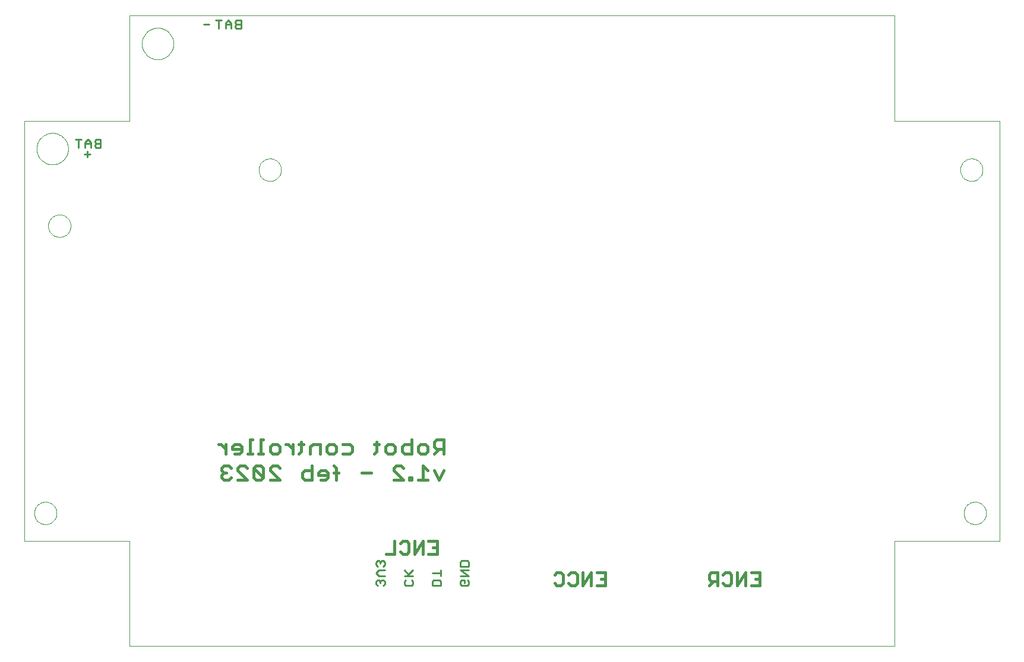
<source format=gbo>
G75*
G70*
%OFA0B0*%
%FSLAX24Y24*%
%IPPOS*%
%LPD*%
%AMOC8*
5,1,8,0,0,1.08239X$1,22.5*
%
%ADD10C,0.0000*%
%ADD11C,0.0150*%
%ADD12C,0.0110*%
%ADD13C,0.0180*%
D10*
X008939Y004759D02*
X008939Y010664D01*
X003033Y010664D01*
X003033Y034286D01*
X008939Y034286D01*
X008939Y040192D01*
X051852Y040192D01*
X051852Y034286D01*
X057758Y034286D01*
X057758Y010664D01*
X051852Y010664D01*
X051852Y004759D01*
X008939Y004759D01*
X003584Y012239D02*
X003586Y012289D01*
X003592Y012339D01*
X003602Y012388D01*
X003616Y012436D01*
X003633Y012483D01*
X003654Y012528D01*
X003679Y012572D01*
X003707Y012613D01*
X003739Y012652D01*
X003773Y012689D01*
X003810Y012723D01*
X003850Y012753D01*
X003892Y012780D01*
X003936Y012804D01*
X003982Y012825D01*
X004029Y012841D01*
X004077Y012854D01*
X004127Y012863D01*
X004176Y012868D01*
X004227Y012869D01*
X004277Y012866D01*
X004326Y012859D01*
X004375Y012848D01*
X004423Y012833D01*
X004469Y012815D01*
X004514Y012793D01*
X004557Y012767D01*
X004598Y012738D01*
X004637Y012706D01*
X004673Y012671D01*
X004705Y012633D01*
X004735Y012593D01*
X004762Y012550D01*
X004785Y012506D01*
X004804Y012460D01*
X004820Y012412D01*
X004832Y012363D01*
X004840Y012314D01*
X004844Y012264D01*
X004844Y012214D01*
X004840Y012164D01*
X004832Y012115D01*
X004820Y012066D01*
X004804Y012018D01*
X004785Y011972D01*
X004762Y011928D01*
X004735Y011885D01*
X004705Y011845D01*
X004673Y011807D01*
X004637Y011772D01*
X004598Y011740D01*
X004557Y011711D01*
X004514Y011685D01*
X004469Y011663D01*
X004423Y011645D01*
X004375Y011630D01*
X004326Y011619D01*
X004277Y011612D01*
X004227Y011609D01*
X004176Y011610D01*
X004127Y011615D01*
X004077Y011624D01*
X004029Y011637D01*
X003982Y011653D01*
X003936Y011674D01*
X003892Y011698D01*
X003850Y011725D01*
X003810Y011755D01*
X003773Y011789D01*
X003739Y011826D01*
X003707Y011865D01*
X003679Y011906D01*
X003654Y011950D01*
X003633Y011995D01*
X003616Y012042D01*
X003602Y012090D01*
X003592Y012139D01*
X003586Y012189D01*
X003584Y012239D01*
X004372Y028381D02*
X004374Y028431D01*
X004380Y028481D01*
X004390Y028530D01*
X004404Y028578D01*
X004421Y028625D01*
X004442Y028670D01*
X004467Y028714D01*
X004495Y028755D01*
X004527Y028794D01*
X004561Y028831D01*
X004598Y028865D01*
X004638Y028895D01*
X004680Y028922D01*
X004724Y028946D01*
X004770Y028967D01*
X004817Y028983D01*
X004865Y028996D01*
X004915Y029005D01*
X004964Y029010D01*
X005015Y029011D01*
X005065Y029008D01*
X005114Y029001D01*
X005163Y028990D01*
X005211Y028975D01*
X005257Y028957D01*
X005302Y028935D01*
X005345Y028909D01*
X005386Y028880D01*
X005425Y028848D01*
X005461Y028813D01*
X005493Y028775D01*
X005523Y028735D01*
X005550Y028692D01*
X005573Y028648D01*
X005592Y028602D01*
X005608Y028554D01*
X005620Y028505D01*
X005628Y028456D01*
X005632Y028406D01*
X005632Y028356D01*
X005628Y028306D01*
X005620Y028257D01*
X005608Y028208D01*
X005592Y028160D01*
X005573Y028114D01*
X005550Y028070D01*
X005523Y028027D01*
X005493Y027987D01*
X005461Y027949D01*
X005425Y027914D01*
X005386Y027882D01*
X005345Y027853D01*
X005302Y027827D01*
X005257Y027805D01*
X005211Y027787D01*
X005163Y027772D01*
X005114Y027761D01*
X005065Y027754D01*
X005015Y027751D01*
X004964Y027752D01*
X004915Y027757D01*
X004865Y027766D01*
X004817Y027779D01*
X004770Y027795D01*
X004724Y027816D01*
X004680Y027840D01*
X004638Y027867D01*
X004598Y027897D01*
X004561Y027931D01*
X004527Y027968D01*
X004495Y028007D01*
X004467Y028048D01*
X004442Y028092D01*
X004421Y028137D01*
X004404Y028184D01*
X004390Y028232D01*
X004380Y028281D01*
X004374Y028331D01*
X004372Y028381D01*
X003722Y032712D02*
X003724Y032771D01*
X003730Y032830D01*
X003740Y032888D01*
X003753Y032946D01*
X003771Y033003D01*
X003792Y033058D01*
X003817Y033112D01*
X003846Y033164D01*
X003878Y033213D01*
X003913Y033261D01*
X003951Y033306D01*
X003992Y033349D01*
X004036Y033389D01*
X004082Y033425D01*
X004131Y033459D01*
X004182Y033489D01*
X004235Y033516D01*
X004290Y033539D01*
X004345Y033558D01*
X004403Y033574D01*
X004461Y033586D01*
X004519Y033594D01*
X004578Y033598D01*
X004638Y033598D01*
X004697Y033594D01*
X004755Y033586D01*
X004813Y033574D01*
X004871Y033558D01*
X004926Y033539D01*
X004981Y033516D01*
X005034Y033489D01*
X005085Y033459D01*
X005134Y033425D01*
X005180Y033389D01*
X005224Y033349D01*
X005265Y033306D01*
X005303Y033261D01*
X005338Y033213D01*
X005370Y033164D01*
X005399Y033112D01*
X005424Y033058D01*
X005445Y033003D01*
X005463Y032946D01*
X005476Y032888D01*
X005486Y032830D01*
X005492Y032771D01*
X005494Y032712D01*
X005492Y032653D01*
X005486Y032594D01*
X005476Y032536D01*
X005463Y032478D01*
X005445Y032421D01*
X005424Y032366D01*
X005399Y032312D01*
X005370Y032260D01*
X005338Y032211D01*
X005303Y032163D01*
X005265Y032118D01*
X005224Y032075D01*
X005180Y032035D01*
X005134Y031999D01*
X005085Y031965D01*
X005034Y031935D01*
X004981Y031908D01*
X004926Y031885D01*
X004871Y031866D01*
X004813Y031850D01*
X004755Y031838D01*
X004697Y031830D01*
X004638Y031826D01*
X004578Y031826D01*
X004519Y031830D01*
X004461Y031838D01*
X004403Y031850D01*
X004345Y031866D01*
X004290Y031885D01*
X004235Y031908D01*
X004182Y031935D01*
X004131Y031965D01*
X004082Y031999D01*
X004036Y032035D01*
X003992Y032075D01*
X003951Y032118D01*
X003913Y032163D01*
X003878Y032211D01*
X003846Y032260D01*
X003817Y032312D01*
X003792Y032366D01*
X003771Y032421D01*
X003753Y032478D01*
X003740Y032536D01*
X003730Y032594D01*
X003724Y032653D01*
X003722Y032712D01*
X009628Y038617D02*
X009630Y038676D01*
X009636Y038735D01*
X009646Y038793D01*
X009659Y038851D01*
X009677Y038908D01*
X009698Y038963D01*
X009723Y039017D01*
X009752Y039069D01*
X009784Y039118D01*
X009819Y039166D01*
X009857Y039211D01*
X009898Y039254D01*
X009942Y039294D01*
X009988Y039330D01*
X010037Y039364D01*
X010088Y039394D01*
X010141Y039421D01*
X010196Y039444D01*
X010251Y039463D01*
X010309Y039479D01*
X010367Y039491D01*
X010425Y039499D01*
X010484Y039503D01*
X010544Y039503D01*
X010603Y039499D01*
X010661Y039491D01*
X010719Y039479D01*
X010777Y039463D01*
X010832Y039444D01*
X010887Y039421D01*
X010940Y039394D01*
X010991Y039364D01*
X011040Y039330D01*
X011086Y039294D01*
X011130Y039254D01*
X011171Y039211D01*
X011209Y039166D01*
X011244Y039118D01*
X011276Y039069D01*
X011305Y039017D01*
X011330Y038963D01*
X011351Y038908D01*
X011369Y038851D01*
X011382Y038793D01*
X011392Y038735D01*
X011398Y038676D01*
X011400Y038617D01*
X011398Y038558D01*
X011392Y038499D01*
X011382Y038441D01*
X011369Y038383D01*
X011351Y038326D01*
X011330Y038271D01*
X011305Y038217D01*
X011276Y038165D01*
X011244Y038116D01*
X011209Y038068D01*
X011171Y038023D01*
X011130Y037980D01*
X011086Y037940D01*
X011040Y037904D01*
X010991Y037870D01*
X010940Y037840D01*
X010887Y037813D01*
X010832Y037790D01*
X010777Y037771D01*
X010719Y037755D01*
X010661Y037743D01*
X010603Y037735D01*
X010544Y037731D01*
X010484Y037731D01*
X010425Y037735D01*
X010367Y037743D01*
X010309Y037755D01*
X010251Y037771D01*
X010196Y037790D01*
X010141Y037813D01*
X010088Y037840D01*
X010037Y037870D01*
X009988Y037904D01*
X009942Y037940D01*
X009898Y037980D01*
X009857Y038023D01*
X009819Y038068D01*
X009784Y038116D01*
X009752Y038165D01*
X009723Y038217D01*
X009698Y038271D01*
X009677Y038326D01*
X009659Y038383D01*
X009646Y038441D01*
X009636Y038499D01*
X009630Y038558D01*
X009628Y038617D01*
X016183Y031530D02*
X016185Y031580D01*
X016191Y031630D01*
X016201Y031679D01*
X016215Y031727D01*
X016232Y031774D01*
X016253Y031819D01*
X016278Y031863D01*
X016306Y031904D01*
X016338Y031943D01*
X016372Y031980D01*
X016409Y032014D01*
X016449Y032044D01*
X016491Y032071D01*
X016535Y032095D01*
X016581Y032116D01*
X016628Y032132D01*
X016676Y032145D01*
X016726Y032154D01*
X016775Y032159D01*
X016826Y032160D01*
X016876Y032157D01*
X016925Y032150D01*
X016974Y032139D01*
X017022Y032124D01*
X017068Y032106D01*
X017113Y032084D01*
X017156Y032058D01*
X017197Y032029D01*
X017236Y031997D01*
X017272Y031962D01*
X017304Y031924D01*
X017334Y031884D01*
X017361Y031841D01*
X017384Y031797D01*
X017403Y031751D01*
X017419Y031703D01*
X017431Y031654D01*
X017439Y031605D01*
X017443Y031555D01*
X017443Y031505D01*
X017439Y031455D01*
X017431Y031406D01*
X017419Y031357D01*
X017403Y031309D01*
X017384Y031263D01*
X017361Y031219D01*
X017334Y031176D01*
X017304Y031136D01*
X017272Y031098D01*
X017236Y031063D01*
X017197Y031031D01*
X017156Y031002D01*
X017113Y030976D01*
X017068Y030954D01*
X017022Y030936D01*
X016974Y030921D01*
X016925Y030910D01*
X016876Y030903D01*
X016826Y030900D01*
X016775Y030901D01*
X016726Y030906D01*
X016676Y030915D01*
X016628Y030928D01*
X016581Y030944D01*
X016535Y030965D01*
X016491Y030989D01*
X016449Y031016D01*
X016409Y031046D01*
X016372Y031080D01*
X016338Y031117D01*
X016306Y031156D01*
X016278Y031197D01*
X016253Y031241D01*
X016232Y031286D01*
X016215Y031333D01*
X016201Y031381D01*
X016191Y031430D01*
X016185Y031480D01*
X016183Y031530D01*
X055553Y031530D02*
X055555Y031580D01*
X055561Y031630D01*
X055571Y031679D01*
X055585Y031727D01*
X055602Y031774D01*
X055623Y031819D01*
X055648Y031863D01*
X055676Y031904D01*
X055708Y031943D01*
X055742Y031980D01*
X055779Y032014D01*
X055819Y032044D01*
X055861Y032071D01*
X055905Y032095D01*
X055951Y032116D01*
X055998Y032132D01*
X056046Y032145D01*
X056096Y032154D01*
X056145Y032159D01*
X056196Y032160D01*
X056246Y032157D01*
X056295Y032150D01*
X056344Y032139D01*
X056392Y032124D01*
X056438Y032106D01*
X056483Y032084D01*
X056526Y032058D01*
X056567Y032029D01*
X056606Y031997D01*
X056642Y031962D01*
X056674Y031924D01*
X056704Y031884D01*
X056731Y031841D01*
X056754Y031797D01*
X056773Y031751D01*
X056789Y031703D01*
X056801Y031654D01*
X056809Y031605D01*
X056813Y031555D01*
X056813Y031505D01*
X056809Y031455D01*
X056801Y031406D01*
X056789Y031357D01*
X056773Y031309D01*
X056754Y031263D01*
X056731Y031219D01*
X056704Y031176D01*
X056674Y031136D01*
X056642Y031098D01*
X056606Y031063D01*
X056567Y031031D01*
X056526Y031002D01*
X056483Y030976D01*
X056438Y030954D01*
X056392Y030936D01*
X056344Y030921D01*
X056295Y030910D01*
X056246Y030903D01*
X056196Y030900D01*
X056145Y030901D01*
X056096Y030906D01*
X056046Y030915D01*
X055998Y030928D01*
X055951Y030944D01*
X055905Y030965D01*
X055861Y030989D01*
X055819Y031016D01*
X055779Y031046D01*
X055742Y031080D01*
X055708Y031117D01*
X055676Y031156D01*
X055648Y031197D01*
X055623Y031241D01*
X055602Y031286D01*
X055585Y031333D01*
X055571Y031381D01*
X055561Y031430D01*
X055555Y031480D01*
X055553Y031530D01*
X055750Y012239D02*
X055752Y012289D01*
X055758Y012339D01*
X055768Y012388D01*
X055782Y012436D01*
X055799Y012483D01*
X055820Y012528D01*
X055845Y012572D01*
X055873Y012613D01*
X055905Y012652D01*
X055939Y012689D01*
X055976Y012723D01*
X056016Y012753D01*
X056058Y012780D01*
X056102Y012804D01*
X056148Y012825D01*
X056195Y012841D01*
X056243Y012854D01*
X056293Y012863D01*
X056342Y012868D01*
X056393Y012869D01*
X056443Y012866D01*
X056492Y012859D01*
X056541Y012848D01*
X056589Y012833D01*
X056635Y012815D01*
X056680Y012793D01*
X056723Y012767D01*
X056764Y012738D01*
X056803Y012706D01*
X056839Y012671D01*
X056871Y012633D01*
X056901Y012593D01*
X056928Y012550D01*
X056951Y012506D01*
X056970Y012460D01*
X056986Y012412D01*
X056998Y012363D01*
X057006Y012314D01*
X057010Y012264D01*
X057010Y012214D01*
X057006Y012164D01*
X056998Y012115D01*
X056986Y012066D01*
X056970Y012018D01*
X056951Y011972D01*
X056928Y011928D01*
X056901Y011885D01*
X056871Y011845D01*
X056839Y011807D01*
X056803Y011772D01*
X056764Y011740D01*
X056723Y011711D01*
X056680Y011685D01*
X056635Y011663D01*
X056589Y011645D01*
X056541Y011630D01*
X056492Y011619D01*
X056443Y011612D01*
X056393Y011609D01*
X056342Y011610D01*
X056293Y011615D01*
X056243Y011624D01*
X056195Y011637D01*
X056148Y011653D01*
X056102Y011674D01*
X056058Y011698D01*
X056016Y011725D01*
X055976Y011755D01*
X055939Y011789D01*
X055905Y011826D01*
X055873Y011865D01*
X055845Y011906D01*
X055820Y011950D01*
X055799Y011995D01*
X055782Y012042D01*
X055768Y012090D01*
X055758Y012139D01*
X055752Y012189D01*
X055750Y012239D01*
D11*
X044297Y008891D02*
X044297Y008180D01*
X043823Y008180D01*
X043505Y008180D02*
X043505Y008891D01*
X043031Y008180D01*
X043031Y008891D01*
X042713Y008772D02*
X042713Y008299D01*
X042595Y008180D01*
X042358Y008180D01*
X042239Y008299D01*
X041921Y008417D02*
X041566Y008417D01*
X041448Y008536D01*
X041448Y008772D01*
X041566Y008891D01*
X041921Y008891D01*
X041921Y008180D01*
X041684Y008417D02*
X041448Y008180D01*
X042239Y008772D02*
X042358Y008891D01*
X042595Y008891D01*
X042713Y008772D01*
X043823Y008891D02*
X044297Y008891D01*
X044297Y008536D02*
X044060Y008536D01*
X035636Y008536D02*
X035399Y008536D01*
X035636Y008891D02*
X035636Y008180D01*
X035162Y008180D01*
X034844Y008180D02*
X034844Y008891D01*
X034370Y008180D01*
X034370Y008891D01*
X034052Y008772D02*
X034052Y008299D01*
X033933Y008180D01*
X033696Y008180D01*
X033578Y008299D01*
X033260Y008299D02*
X033141Y008180D01*
X032905Y008180D01*
X032786Y008299D01*
X032786Y008772D02*
X032905Y008891D01*
X033141Y008891D01*
X033260Y008772D01*
X033260Y008299D01*
X033578Y008772D02*
X033696Y008891D01*
X033933Y008891D01*
X034052Y008772D01*
X035162Y008891D02*
X035636Y008891D01*
X026187Y009952D02*
X025713Y009952D01*
X025395Y009952D02*
X025395Y010663D01*
X024921Y009952D01*
X024921Y010663D01*
X024603Y010544D02*
X024603Y010070D01*
X024485Y009952D01*
X024248Y009952D01*
X024129Y010070D01*
X023811Y009952D02*
X023337Y009952D01*
X023811Y009952D02*
X023811Y010663D01*
X024129Y010544D02*
X024248Y010663D01*
X024485Y010663D01*
X024603Y010544D01*
X025713Y010663D02*
X026187Y010663D01*
X026187Y009952D01*
X026187Y010307D02*
X025950Y010307D01*
D12*
X026404Y009025D02*
X026404Y008704D01*
X026404Y008864D02*
X025923Y008864D01*
X026003Y008481D02*
X026324Y008481D01*
X026404Y008401D01*
X026404Y008160D01*
X025923Y008160D01*
X025923Y008401D01*
X026003Y008481D01*
X024829Y008401D02*
X024829Y008240D01*
X024749Y008160D01*
X024428Y008160D01*
X024348Y008240D01*
X024348Y008401D01*
X024428Y008481D01*
X024348Y008704D02*
X024829Y008704D01*
X024749Y008481D02*
X024829Y008401D01*
X024509Y008704D02*
X024829Y009025D01*
X024589Y008784D02*
X024348Y009025D01*
X023254Y009025D02*
X022934Y009025D01*
X022773Y008864D01*
X022934Y008704D01*
X023254Y008704D01*
X023174Y008481D02*
X023094Y008481D01*
X023014Y008401D01*
X022934Y008481D01*
X022854Y008481D01*
X022773Y008401D01*
X022773Y008240D01*
X022854Y008160D01*
X023014Y008321D02*
X023014Y008401D01*
X023174Y008481D02*
X023254Y008401D01*
X023254Y008240D01*
X023174Y008160D01*
X023174Y009248D02*
X023254Y009328D01*
X023254Y009488D01*
X023174Y009568D01*
X023094Y009568D01*
X023014Y009488D01*
X022934Y009568D01*
X022854Y009568D01*
X022773Y009488D01*
X022773Y009328D01*
X022854Y009248D01*
X023014Y009408D02*
X023014Y009488D01*
X027498Y009488D02*
X027498Y009248D01*
X027979Y009248D01*
X027979Y009488D01*
X027899Y009568D01*
X027578Y009568D01*
X027498Y009488D01*
X027498Y009025D02*
X027979Y009025D01*
X027979Y008704D02*
X027498Y008704D01*
X027578Y008481D02*
X027738Y008481D01*
X027738Y008321D01*
X027578Y008481D02*
X027498Y008401D01*
X027498Y008240D01*
X027578Y008160D01*
X027899Y008160D01*
X027979Y008240D01*
X027979Y008401D01*
X027899Y008481D01*
X027979Y008704D02*
X027498Y009025D01*
X006558Y032256D02*
X006558Y032577D01*
X006445Y032767D02*
X006445Y033087D01*
X006605Y033248D01*
X006765Y033087D01*
X006765Y032767D01*
X006988Y032847D02*
X006988Y032927D01*
X007069Y033007D01*
X007309Y033007D01*
X007069Y033007D02*
X006988Y033087D01*
X006988Y033167D01*
X007069Y033248D01*
X007309Y033248D01*
X007309Y032767D01*
X007069Y032767D01*
X006988Y032847D01*
X006765Y033007D02*
X006445Y033007D01*
X006222Y033248D02*
X005901Y033248D01*
X006061Y033248D02*
X006061Y032767D01*
X006398Y032416D02*
X006719Y032416D01*
X013091Y039700D02*
X013411Y039700D01*
X013775Y039940D02*
X014096Y039940D01*
X013935Y039940D02*
X013935Y039459D01*
X014319Y039459D02*
X014319Y039780D01*
X014479Y039940D01*
X014639Y039780D01*
X014639Y039459D01*
X014862Y039540D02*
X014943Y039459D01*
X015183Y039459D01*
X015183Y039940D01*
X014943Y039940D01*
X014862Y039860D01*
X014862Y039780D01*
X014943Y039700D01*
X015183Y039700D01*
X014943Y039700D02*
X014862Y039620D01*
X014862Y039540D01*
X014639Y039700D02*
X014319Y039700D01*
D13*
X015707Y016382D02*
X015707Y015577D01*
X015841Y015577D02*
X015573Y015577D01*
X015237Y015711D02*
X015237Y015980D01*
X015103Y016114D01*
X014834Y016114D01*
X014700Y015980D01*
X014700Y015845D01*
X015237Y015845D01*
X015237Y015711D02*
X015103Y015577D01*
X014834Y015577D01*
X014331Y015577D02*
X014331Y016114D01*
X014331Y015845D02*
X014062Y016114D01*
X013928Y016114D01*
X014230Y014906D02*
X014096Y014772D01*
X014096Y014637D01*
X014230Y014503D01*
X014096Y014369D01*
X014096Y014235D01*
X014230Y014101D01*
X014499Y014101D01*
X014633Y014235D01*
X014364Y014503D02*
X014230Y014503D01*
X014230Y014906D02*
X014499Y014906D01*
X014633Y014772D01*
X015002Y014772D02*
X015136Y014906D01*
X015405Y014906D01*
X015539Y014772D01*
X015909Y014772D02*
X015909Y014235D01*
X016043Y014101D01*
X016311Y014101D01*
X016445Y014235D01*
X015909Y014772D01*
X016043Y014906D01*
X016311Y014906D01*
X016445Y014772D01*
X016445Y014235D01*
X016815Y014101D02*
X017352Y014101D01*
X016815Y014637D01*
X016815Y014772D01*
X016949Y014906D01*
X017217Y014906D01*
X017352Y014772D01*
X017217Y015577D02*
X017352Y015711D01*
X017352Y015980D01*
X017217Y016114D01*
X016949Y016114D01*
X016815Y015980D01*
X016815Y015711D01*
X016949Y015577D01*
X017217Y015577D01*
X017704Y016114D02*
X017838Y016114D01*
X018107Y015845D01*
X018107Y015577D02*
X018107Y016114D01*
X018443Y016114D02*
X018711Y016114D01*
X018577Y016248D02*
X018577Y015711D01*
X018443Y015577D01*
X019081Y015577D02*
X019081Y015980D01*
X019215Y016114D01*
X019617Y016114D01*
X019617Y015577D01*
X019987Y015711D02*
X019987Y015980D01*
X020121Y016114D01*
X020389Y016114D01*
X020524Y015980D01*
X020524Y015711D01*
X020389Y015577D01*
X020121Y015577D01*
X019987Y015711D01*
X020406Y014906D02*
X020540Y014772D01*
X020540Y014101D01*
X020406Y014503D02*
X020675Y014503D01*
X020070Y014503D02*
X019936Y014637D01*
X019668Y014637D01*
X019534Y014503D01*
X019534Y014369D01*
X020070Y014369D01*
X020070Y014235D02*
X020070Y014503D01*
X020070Y014235D02*
X019936Y014101D01*
X019668Y014101D01*
X019164Y014101D02*
X018762Y014101D01*
X018627Y014235D01*
X018627Y014503D01*
X018762Y014637D01*
X019164Y014637D01*
X019164Y014906D02*
X019164Y014101D01*
X020893Y015577D02*
X021296Y015577D01*
X021430Y015711D01*
X021430Y015980D01*
X021296Y016114D01*
X020893Y016114D01*
X022672Y016114D02*
X022940Y016114D01*
X022806Y016248D02*
X022806Y015711D01*
X022672Y015577D01*
X023310Y015711D02*
X023310Y015980D01*
X023444Y016114D01*
X023712Y016114D01*
X023847Y015980D01*
X023847Y015711D01*
X023712Y015577D01*
X023444Y015577D01*
X023310Y015711D01*
X024216Y015711D02*
X024216Y015980D01*
X024350Y016114D01*
X024753Y016114D01*
X024753Y016382D02*
X024753Y015577D01*
X024350Y015577D01*
X024216Y015711D01*
X024166Y014906D02*
X024300Y014772D01*
X024166Y014906D02*
X023897Y014906D01*
X023763Y014772D01*
X023763Y014637D01*
X024300Y014101D01*
X023763Y014101D01*
X024619Y014101D02*
X024619Y014235D01*
X024753Y014235D01*
X024753Y014101D01*
X024619Y014101D01*
X025123Y014101D02*
X025659Y014101D01*
X025391Y014101D02*
X025391Y014906D01*
X025659Y014637D01*
X026029Y014637D02*
X026297Y014101D01*
X026565Y014637D01*
X026565Y015577D02*
X026565Y016382D01*
X026163Y016382D01*
X026029Y016248D01*
X026029Y015980D01*
X026163Y015845D01*
X026565Y015845D01*
X026297Y015845D02*
X026029Y015577D01*
X025659Y015711D02*
X025525Y015577D01*
X025257Y015577D01*
X025123Y015711D01*
X025123Y015980D01*
X025257Y016114D01*
X025525Y016114D01*
X025659Y015980D01*
X025659Y015711D01*
X022487Y014503D02*
X021951Y014503D01*
X016445Y015577D02*
X016177Y015577D01*
X016311Y015577D02*
X016311Y016382D01*
X016445Y016382D01*
X015841Y016382D02*
X015707Y016382D01*
X015002Y014772D02*
X015002Y014637D01*
X015539Y014101D01*
X015002Y014101D01*
M02*

</source>
